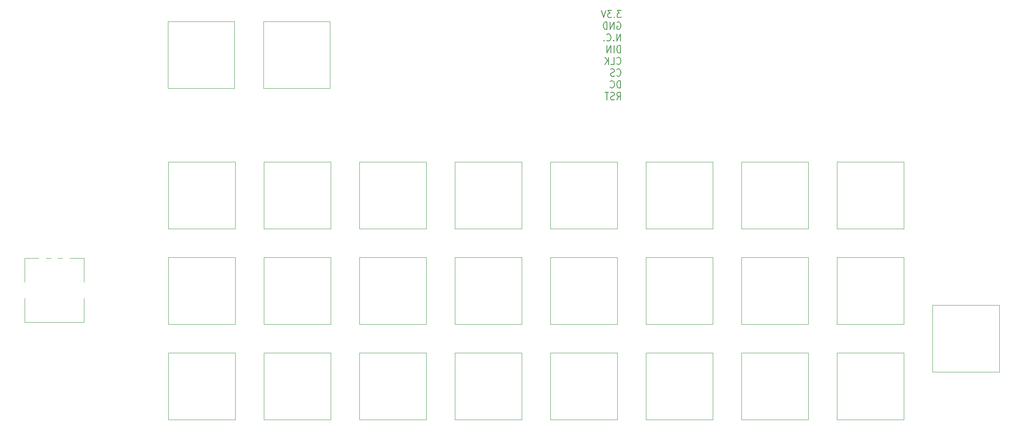
<source format=gbr>
%TF.GenerationSoftware,KiCad,Pcbnew,7.0.5-0*%
%TF.CreationDate,2023-10-31T21:53:37+01:00*%
%TF.ProjectId,20231027_vm-1_prototyp,32303233-3130-4323-975f-766d2d315f70,rev?*%
%TF.SameCoordinates,Original*%
%TF.FileFunction,Legend,Bot*%
%TF.FilePolarity,Positive*%
%FSLAX46Y46*%
G04 Gerber Fmt 4.6, Leading zero omitted, Abs format (unit mm)*
G04 Created by KiCad (PCBNEW 7.0.5-0) date 2023-10-31 21:53:37*
%MOMM*%
%LPD*%
G01*
G04 APERTURE LIST*
%ADD10C,0.150000*%
%ADD11C,0.120000*%
%ADD12C,3.200000*%
%ADD13C,2.500000*%
%ADD14C,1.750000*%
%ADD15C,4.000000*%
%ADD16C,1.524000*%
%ADD17O,2.900000X3.000000*%
%ADD18C,5.000000*%
%ADD19C,1.700000*%
%ADD20O,1.700000X1.700000*%
G04 APERTURE END LIST*
D10*
X176231316Y-64160009D02*
X175364649Y-64160009D01*
X175364649Y-64160009D02*
X175831316Y-64750485D01*
X175831316Y-64750485D02*
X175631316Y-64750485D01*
X175631316Y-64750485D02*
X175497982Y-64824295D01*
X175497982Y-64824295D02*
X175431316Y-64898104D01*
X175431316Y-64898104D02*
X175364649Y-65045723D01*
X175364649Y-65045723D02*
X175364649Y-65414771D01*
X175364649Y-65414771D02*
X175431316Y-65562390D01*
X175431316Y-65562390D02*
X175497982Y-65636200D01*
X175497982Y-65636200D02*
X175631316Y-65710009D01*
X175631316Y-65710009D02*
X176031316Y-65710009D01*
X176031316Y-65710009D02*
X176164649Y-65636200D01*
X176164649Y-65636200D02*
X176231316Y-65562390D01*
X174764649Y-65562390D02*
X174697983Y-65636200D01*
X174697983Y-65636200D02*
X174764649Y-65710009D01*
X174764649Y-65710009D02*
X174831316Y-65636200D01*
X174831316Y-65636200D02*
X174764649Y-65562390D01*
X174764649Y-65562390D02*
X174764649Y-65710009D01*
X174231316Y-64160009D02*
X173364649Y-64160009D01*
X173364649Y-64160009D02*
X173831316Y-64750485D01*
X173831316Y-64750485D02*
X173631316Y-64750485D01*
X173631316Y-64750485D02*
X173497982Y-64824295D01*
X173497982Y-64824295D02*
X173431316Y-64898104D01*
X173431316Y-64898104D02*
X173364649Y-65045723D01*
X173364649Y-65045723D02*
X173364649Y-65414771D01*
X173364649Y-65414771D02*
X173431316Y-65562390D01*
X173431316Y-65562390D02*
X173497982Y-65636200D01*
X173497982Y-65636200D02*
X173631316Y-65710009D01*
X173631316Y-65710009D02*
X174031316Y-65710009D01*
X174031316Y-65710009D02*
X174164649Y-65636200D01*
X174164649Y-65636200D02*
X174231316Y-65562390D01*
X172964649Y-64160009D02*
X172497983Y-65710009D01*
X172497983Y-65710009D02*
X172031316Y-64160009D01*
X175364649Y-66729319D02*
X175497982Y-66655509D01*
X175497982Y-66655509D02*
X175697982Y-66655509D01*
X175697982Y-66655509D02*
X175897982Y-66729319D01*
X175897982Y-66729319D02*
X176031316Y-66876938D01*
X176031316Y-66876938D02*
X176097982Y-67024557D01*
X176097982Y-67024557D02*
X176164649Y-67319795D01*
X176164649Y-67319795D02*
X176164649Y-67541223D01*
X176164649Y-67541223D02*
X176097982Y-67836461D01*
X176097982Y-67836461D02*
X176031316Y-67984080D01*
X176031316Y-67984080D02*
X175897982Y-68131700D01*
X175897982Y-68131700D02*
X175697982Y-68205509D01*
X175697982Y-68205509D02*
X175564649Y-68205509D01*
X175564649Y-68205509D02*
X175364649Y-68131700D01*
X175364649Y-68131700D02*
X175297982Y-68057890D01*
X175297982Y-68057890D02*
X175297982Y-67541223D01*
X175297982Y-67541223D02*
X175564649Y-67541223D01*
X174697982Y-68205509D02*
X174697982Y-66655509D01*
X174697982Y-66655509D02*
X173897982Y-68205509D01*
X173897982Y-68205509D02*
X173897982Y-66655509D01*
X173231315Y-68205509D02*
X173231315Y-66655509D01*
X173231315Y-66655509D02*
X172897982Y-66655509D01*
X172897982Y-66655509D02*
X172697982Y-66729319D01*
X172697982Y-66729319D02*
X172564649Y-66876938D01*
X172564649Y-66876938D02*
X172497982Y-67024557D01*
X172497982Y-67024557D02*
X172431315Y-67319795D01*
X172431315Y-67319795D02*
X172431315Y-67541223D01*
X172431315Y-67541223D02*
X172497982Y-67836461D01*
X172497982Y-67836461D02*
X172564649Y-67984080D01*
X172564649Y-67984080D02*
X172697982Y-68131700D01*
X172697982Y-68131700D02*
X172897982Y-68205509D01*
X172897982Y-68205509D02*
X173231315Y-68205509D01*
X176097982Y-70701009D02*
X176097982Y-69151009D01*
X176097982Y-69151009D02*
X175297982Y-70701009D01*
X175297982Y-70701009D02*
X175297982Y-69151009D01*
X174631315Y-70553390D02*
X174564649Y-70627200D01*
X174564649Y-70627200D02*
X174631315Y-70701009D01*
X174631315Y-70701009D02*
X174697982Y-70627200D01*
X174697982Y-70627200D02*
X174631315Y-70553390D01*
X174631315Y-70553390D02*
X174631315Y-70701009D01*
X173164648Y-70553390D02*
X173231315Y-70627200D01*
X173231315Y-70627200D02*
X173431315Y-70701009D01*
X173431315Y-70701009D02*
X173564648Y-70701009D01*
X173564648Y-70701009D02*
X173764648Y-70627200D01*
X173764648Y-70627200D02*
X173897982Y-70479580D01*
X173897982Y-70479580D02*
X173964648Y-70331961D01*
X173964648Y-70331961D02*
X174031315Y-70036723D01*
X174031315Y-70036723D02*
X174031315Y-69815295D01*
X174031315Y-69815295D02*
X173964648Y-69520057D01*
X173964648Y-69520057D02*
X173897982Y-69372438D01*
X173897982Y-69372438D02*
X173764648Y-69224819D01*
X173764648Y-69224819D02*
X173564648Y-69151009D01*
X173564648Y-69151009D02*
X173431315Y-69151009D01*
X173431315Y-69151009D02*
X173231315Y-69224819D01*
X173231315Y-69224819D02*
X173164648Y-69298628D01*
X172564648Y-70553390D02*
X172497982Y-70627200D01*
X172497982Y-70627200D02*
X172564648Y-70701009D01*
X172564648Y-70701009D02*
X172631315Y-70627200D01*
X172631315Y-70627200D02*
X172564648Y-70553390D01*
X172564648Y-70553390D02*
X172564648Y-70701009D01*
X176097982Y-73196509D02*
X176097982Y-71646509D01*
X176097982Y-71646509D02*
X175764649Y-71646509D01*
X175764649Y-71646509D02*
X175564649Y-71720319D01*
X175564649Y-71720319D02*
X175431316Y-71867938D01*
X175431316Y-71867938D02*
X175364649Y-72015557D01*
X175364649Y-72015557D02*
X175297982Y-72310795D01*
X175297982Y-72310795D02*
X175297982Y-72532223D01*
X175297982Y-72532223D02*
X175364649Y-72827461D01*
X175364649Y-72827461D02*
X175431316Y-72975080D01*
X175431316Y-72975080D02*
X175564649Y-73122700D01*
X175564649Y-73122700D02*
X175764649Y-73196509D01*
X175764649Y-73196509D02*
X176097982Y-73196509D01*
X174697982Y-73196509D02*
X174697982Y-71646509D01*
X174031315Y-73196509D02*
X174031315Y-71646509D01*
X174031315Y-71646509D02*
X173231315Y-73196509D01*
X173231315Y-73196509D02*
X173231315Y-71646509D01*
X175297982Y-75544390D02*
X175364649Y-75618200D01*
X175364649Y-75618200D02*
X175564649Y-75692009D01*
X175564649Y-75692009D02*
X175697982Y-75692009D01*
X175697982Y-75692009D02*
X175897982Y-75618200D01*
X175897982Y-75618200D02*
X176031316Y-75470580D01*
X176031316Y-75470580D02*
X176097982Y-75322961D01*
X176097982Y-75322961D02*
X176164649Y-75027723D01*
X176164649Y-75027723D02*
X176164649Y-74806295D01*
X176164649Y-74806295D02*
X176097982Y-74511057D01*
X176097982Y-74511057D02*
X176031316Y-74363438D01*
X176031316Y-74363438D02*
X175897982Y-74215819D01*
X175897982Y-74215819D02*
X175697982Y-74142009D01*
X175697982Y-74142009D02*
X175564649Y-74142009D01*
X175564649Y-74142009D02*
X175364649Y-74215819D01*
X175364649Y-74215819D02*
X175297982Y-74289628D01*
X174031316Y-75692009D02*
X174697982Y-75692009D01*
X174697982Y-75692009D02*
X174697982Y-74142009D01*
X173564649Y-75692009D02*
X173564649Y-74142009D01*
X172764649Y-75692009D02*
X173364649Y-74806295D01*
X172764649Y-74142009D02*
X173564649Y-75027723D01*
X175297982Y-78039890D02*
X175364649Y-78113700D01*
X175364649Y-78113700D02*
X175564649Y-78187509D01*
X175564649Y-78187509D02*
X175697982Y-78187509D01*
X175697982Y-78187509D02*
X175897982Y-78113700D01*
X175897982Y-78113700D02*
X176031316Y-77966080D01*
X176031316Y-77966080D02*
X176097982Y-77818461D01*
X176097982Y-77818461D02*
X176164649Y-77523223D01*
X176164649Y-77523223D02*
X176164649Y-77301795D01*
X176164649Y-77301795D02*
X176097982Y-77006557D01*
X176097982Y-77006557D02*
X176031316Y-76858938D01*
X176031316Y-76858938D02*
X175897982Y-76711319D01*
X175897982Y-76711319D02*
X175697982Y-76637509D01*
X175697982Y-76637509D02*
X175564649Y-76637509D01*
X175564649Y-76637509D02*
X175364649Y-76711319D01*
X175364649Y-76711319D02*
X175297982Y-76785128D01*
X174764649Y-78113700D02*
X174564649Y-78187509D01*
X174564649Y-78187509D02*
X174231316Y-78187509D01*
X174231316Y-78187509D02*
X174097982Y-78113700D01*
X174097982Y-78113700D02*
X174031316Y-78039890D01*
X174031316Y-78039890D02*
X173964649Y-77892271D01*
X173964649Y-77892271D02*
X173964649Y-77744652D01*
X173964649Y-77744652D02*
X174031316Y-77597033D01*
X174031316Y-77597033D02*
X174097982Y-77523223D01*
X174097982Y-77523223D02*
X174231316Y-77449414D01*
X174231316Y-77449414D02*
X174497982Y-77375604D01*
X174497982Y-77375604D02*
X174631316Y-77301795D01*
X174631316Y-77301795D02*
X174697982Y-77227985D01*
X174697982Y-77227985D02*
X174764649Y-77080366D01*
X174764649Y-77080366D02*
X174764649Y-76932747D01*
X174764649Y-76932747D02*
X174697982Y-76785128D01*
X174697982Y-76785128D02*
X174631316Y-76711319D01*
X174631316Y-76711319D02*
X174497982Y-76637509D01*
X174497982Y-76637509D02*
X174164649Y-76637509D01*
X174164649Y-76637509D02*
X173964649Y-76711319D01*
X176097982Y-80683009D02*
X176097982Y-79133009D01*
X176097982Y-79133009D02*
X175764649Y-79133009D01*
X175764649Y-79133009D02*
X175564649Y-79206819D01*
X175564649Y-79206819D02*
X175431316Y-79354438D01*
X175431316Y-79354438D02*
X175364649Y-79502057D01*
X175364649Y-79502057D02*
X175297982Y-79797295D01*
X175297982Y-79797295D02*
X175297982Y-80018723D01*
X175297982Y-80018723D02*
X175364649Y-80313961D01*
X175364649Y-80313961D02*
X175431316Y-80461580D01*
X175431316Y-80461580D02*
X175564649Y-80609200D01*
X175564649Y-80609200D02*
X175764649Y-80683009D01*
X175764649Y-80683009D02*
X176097982Y-80683009D01*
X173897982Y-80535390D02*
X173964649Y-80609200D01*
X173964649Y-80609200D02*
X174164649Y-80683009D01*
X174164649Y-80683009D02*
X174297982Y-80683009D01*
X174297982Y-80683009D02*
X174497982Y-80609200D01*
X174497982Y-80609200D02*
X174631316Y-80461580D01*
X174631316Y-80461580D02*
X174697982Y-80313961D01*
X174697982Y-80313961D02*
X174764649Y-80018723D01*
X174764649Y-80018723D02*
X174764649Y-79797295D01*
X174764649Y-79797295D02*
X174697982Y-79502057D01*
X174697982Y-79502057D02*
X174631316Y-79354438D01*
X174631316Y-79354438D02*
X174497982Y-79206819D01*
X174497982Y-79206819D02*
X174297982Y-79133009D01*
X174297982Y-79133009D02*
X174164649Y-79133009D01*
X174164649Y-79133009D02*
X173964649Y-79206819D01*
X173964649Y-79206819D02*
X173897982Y-79280628D01*
X175297982Y-83178509D02*
X175764649Y-82440414D01*
X176097982Y-83178509D02*
X176097982Y-81628509D01*
X176097982Y-81628509D02*
X175564649Y-81628509D01*
X175564649Y-81628509D02*
X175431316Y-81702319D01*
X175431316Y-81702319D02*
X175364649Y-81776128D01*
X175364649Y-81776128D02*
X175297982Y-81923747D01*
X175297982Y-81923747D02*
X175297982Y-82145176D01*
X175297982Y-82145176D02*
X175364649Y-82292795D01*
X175364649Y-82292795D02*
X175431316Y-82366604D01*
X175431316Y-82366604D02*
X175564649Y-82440414D01*
X175564649Y-82440414D02*
X176097982Y-82440414D01*
X174764649Y-83104700D02*
X174564649Y-83178509D01*
X174564649Y-83178509D02*
X174231316Y-83178509D01*
X174231316Y-83178509D02*
X174097982Y-83104700D01*
X174097982Y-83104700D02*
X174031316Y-83030890D01*
X174031316Y-83030890D02*
X173964649Y-82883271D01*
X173964649Y-82883271D02*
X173964649Y-82735652D01*
X173964649Y-82735652D02*
X174031316Y-82588033D01*
X174031316Y-82588033D02*
X174097982Y-82514223D01*
X174097982Y-82514223D02*
X174231316Y-82440414D01*
X174231316Y-82440414D02*
X174497982Y-82366604D01*
X174497982Y-82366604D02*
X174631316Y-82292795D01*
X174631316Y-82292795D02*
X174697982Y-82218985D01*
X174697982Y-82218985D02*
X174764649Y-82071366D01*
X174764649Y-82071366D02*
X174764649Y-81923747D01*
X174764649Y-81923747D02*
X174697982Y-81776128D01*
X174697982Y-81776128D02*
X174631316Y-81702319D01*
X174631316Y-81702319D02*
X174497982Y-81628509D01*
X174497982Y-81628509D02*
X174164649Y-81628509D01*
X174164649Y-81628509D02*
X173964649Y-81702319D01*
X173564649Y-81628509D02*
X172764649Y-81628509D01*
X173164649Y-83178509D02*
X173164649Y-81628509D01*
D11*
%TO.C,SW27*%
X93968000Y-80760000D02*
X79768000Y-80760000D01*
X93968000Y-66560000D02*
X93968000Y-80760000D01*
X79768000Y-80760000D02*
X79768000Y-66560000D01*
X79768000Y-66560000D02*
X93968000Y-66560000D01*
%TO.C,SW28*%
X256655000Y-141085000D02*
X242455000Y-141085000D01*
X256655000Y-126885000D02*
X256655000Y-141085000D01*
X242455000Y-141085000D02*
X242455000Y-126885000D01*
X242455000Y-126885000D02*
X256655000Y-126885000D01*
%TO.C,SW20*%
X216015000Y-130925000D02*
X201815000Y-130925000D01*
X216015000Y-116725000D02*
X216015000Y-130925000D01*
X201815000Y-130925000D02*
X201815000Y-116725000D01*
X201815000Y-116725000D02*
X216015000Y-116725000D01*
%TO.C,SW16*%
X195695000Y-110605000D02*
X181495000Y-110605000D01*
X195695000Y-96405000D02*
X195695000Y-110605000D01*
X181495000Y-110605000D02*
X181495000Y-96405000D01*
X181495000Y-96405000D02*
X195695000Y-96405000D01*
%TO.C,SW24*%
X236335000Y-151245000D02*
X222135000Y-151245000D01*
X236335000Y-137045000D02*
X236335000Y-151245000D01*
X222135000Y-151245000D02*
X222135000Y-137045000D01*
X222135000Y-137045000D02*
X236335000Y-137045000D01*
%TO.C,SW9*%
X134735000Y-151245000D02*
X120535000Y-151245000D01*
X134735000Y-137045000D02*
X134735000Y-151245000D01*
X120535000Y-151245000D02*
X120535000Y-137045000D01*
X120535000Y-137045000D02*
X134735000Y-137045000D01*
%TO.C,SW25*%
X58926000Y-116911000D02*
X61926000Y-116911000D01*
X56376000Y-116911000D02*
X57376000Y-116911000D01*
X53876000Y-116911000D02*
X54876000Y-116911000D01*
X52326000Y-116911000D02*
X49326000Y-116911000D01*
X49326000Y-116911000D02*
X49326000Y-121961000D01*
X61926000Y-121961000D02*
X61926000Y-116911000D01*
X49326000Y-125461000D02*
X49326000Y-130511000D01*
X61926000Y-130511000D02*
X61926000Y-125461000D01*
X49326000Y-130511000D02*
X61926000Y-130511000D01*
%TO.C,SW15*%
X175375000Y-151245000D02*
X161175000Y-151245000D01*
X175375000Y-137045000D02*
X175375000Y-151245000D01*
X161175000Y-151245000D02*
X161175000Y-137045000D01*
X161175000Y-137045000D02*
X175375000Y-137045000D01*
%TO.C,SW2*%
X94095000Y-130925000D02*
X79895000Y-130925000D01*
X94095000Y-116725000D02*
X94095000Y-130925000D01*
X79895000Y-130925000D02*
X79895000Y-116725000D01*
X79895000Y-116725000D02*
X94095000Y-116725000D01*
%TO.C,SW7*%
X134735000Y-110605000D02*
X120535000Y-110605000D01*
X134735000Y-96405000D02*
X134735000Y-110605000D01*
X120535000Y-110605000D02*
X120535000Y-96405000D01*
X120535000Y-96405000D02*
X134735000Y-96405000D01*
%TO.C,SW11*%
X155055000Y-130925000D02*
X140855000Y-130925000D01*
X155055000Y-116725000D02*
X155055000Y-130925000D01*
X140855000Y-130925000D02*
X140855000Y-116725000D01*
X140855000Y-116725000D02*
X155055000Y-116725000D01*
%TO.C,SW8*%
X134735000Y-130925000D02*
X120535000Y-130925000D01*
X134735000Y-116725000D02*
X134735000Y-130925000D01*
X120535000Y-130925000D02*
X120535000Y-116725000D01*
X120535000Y-116725000D02*
X134735000Y-116725000D01*
%TO.C,SW12*%
X155055000Y-151245000D02*
X140855000Y-151245000D01*
X155055000Y-137045000D02*
X155055000Y-151245000D01*
X140855000Y-151245000D02*
X140855000Y-137045000D01*
X140855000Y-137045000D02*
X155055000Y-137045000D01*
%TO.C,SW1*%
X94095000Y-110605000D02*
X79895000Y-110605000D01*
X94095000Y-96405000D02*
X94095000Y-110605000D01*
X79895000Y-110605000D02*
X79895000Y-96405000D01*
X79895000Y-96405000D02*
X94095000Y-96405000D01*
%TO.C,SW17*%
X195695000Y-130925000D02*
X181495000Y-130925000D01*
X195695000Y-116725000D02*
X195695000Y-130925000D01*
X181495000Y-130925000D02*
X181495000Y-116725000D01*
X181495000Y-116725000D02*
X195695000Y-116725000D01*
%TO.C,SW10*%
X155055000Y-110605000D02*
X140855000Y-110605000D01*
X155055000Y-96405000D02*
X155055000Y-110605000D01*
X140855000Y-110605000D02*
X140855000Y-96405000D01*
X140855000Y-96405000D02*
X155055000Y-96405000D01*
%TO.C,SW22*%
X236335000Y-110605000D02*
X222135000Y-110605000D01*
X236335000Y-96405000D02*
X236335000Y-110605000D01*
X222135000Y-110605000D02*
X222135000Y-96405000D01*
X222135000Y-96405000D02*
X236335000Y-96405000D01*
%TO.C,SW14*%
X175375000Y-130925000D02*
X161175000Y-130925000D01*
X175375000Y-116725000D02*
X175375000Y-130925000D01*
X161175000Y-130925000D02*
X161175000Y-116725000D01*
X161175000Y-116725000D02*
X175375000Y-116725000D01*
%TO.C,SW6*%
X114415000Y-151245000D02*
X100215000Y-151245000D01*
X114415000Y-137045000D02*
X114415000Y-151245000D01*
X100215000Y-151245000D02*
X100215000Y-137045000D01*
X100215000Y-137045000D02*
X114415000Y-137045000D01*
%TO.C,SW21*%
X216015000Y-151245000D02*
X201815000Y-151245000D01*
X216015000Y-137045000D02*
X216015000Y-151245000D01*
X201815000Y-151245000D02*
X201815000Y-137045000D01*
X201815000Y-137045000D02*
X216015000Y-137045000D01*
%TO.C,SW26*%
X114288000Y-80760000D02*
X100088000Y-80760000D01*
X114288000Y-66560000D02*
X114288000Y-80760000D01*
X100088000Y-80760000D02*
X100088000Y-66560000D01*
X100088000Y-66560000D02*
X114288000Y-66560000D01*
%TO.C,SW4*%
X114415000Y-110605000D02*
X100215000Y-110605000D01*
X114415000Y-96405000D02*
X114415000Y-110605000D01*
X100215000Y-110605000D02*
X100215000Y-96405000D01*
X100215000Y-96405000D02*
X114415000Y-96405000D01*
%TO.C,SW19*%
X216015000Y-110605000D02*
X201815000Y-110605000D01*
X216015000Y-96405000D02*
X216015000Y-110605000D01*
X201815000Y-110605000D02*
X201815000Y-96405000D01*
X201815000Y-96405000D02*
X216015000Y-96405000D01*
%TO.C,SW5*%
X114415000Y-130925000D02*
X100215000Y-130925000D01*
X114415000Y-116725000D02*
X114415000Y-130925000D01*
X100215000Y-130925000D02*
X100215000Y-116725000D01*
X100215000Y-116725000D02*
X114415000Y-116725000D01*
%TO.C,SW23*%
X236335000Y-130925000D02*
X222135000Y-130925000D01*
X236335000Y-116725000D02*
X236335000Y-130925000D01*
X222135000Y-130925000D02*
X222135000Y-116725000D01*
X222135000Y-116725000D02*
X236335000Y-116725000D01*
%TO.C,SW13*%
X175375000Y-110605000D02*
X161175000Y-110605000D01*
X175375000Y-96405000D02*
X175375000Y-110605000D01*
X161175000Y-110605000D02*
X161175000Y-96405000D01*
X161175000Y-96405000D02*
X175375000Y-96405000D01*
%TO.C,SW3*%
X94095000Y-151245000D02*
X79895000Y-151245000D01*
X94095000Y-137045000D02*
X94095000Y-151245000D01*
X79895000Y-151245000D02*
X79895000Y-137045000D01*
X79895000Y-137045000D02*
X94095000Y-137045000D01*
%TO.C,SW18*%
X195695000Y-151245000D02*
X181495000Y-151245000D01*
X195695000Y-137045000D02*
X195695000Y-151245000D01*
X181495000Y-151245000D02*
X181495000Y-137045000D01*
X181495000Y-137045000D02*
X195695000Y-137045000D01*
%TD*%
%LPC*%
%TO.C,G\u002A\u002A\u002A*%
G36*
X229590602Y-72840735D02*
G01*
X229846165Y-73556446D01*
X230106948Y-74284392D01*
X230355176Y-74974877D01*
X230588358Y-75621080D01*
X230804001Y-76216177D01*
X230999612Y-76753344D01*
X231172700Y-77225757D01*
X231320771Y-77626595D01*
X231441335Y-77949032D01*
X231531897Y-78186246D01*
X231589967Y-78331414D01*
X231613051Y-78377711D01*
X231629359Y-78338409D01*
X231681390Y-78199926D01*
X231766366Y-77968531D01*
X231881763Y-77651241D01*
X232025059Y-77255070D01*
X232193728Y-76787032D01*
X232385249Y-76254143D01*
X232597095Y-75663417D01*
X232826745Y-75021869D01*
X233071674Y-74336514D01*
X233329359Y-73614366D01*
X233597276Y-72862440D01*
X233816024Y-72248365D01*
X234076073Y-71519153D01*
X234323921Y-70825025D01*
X234557032Y-70173041D01*
X234772872Y-69570257D01*
X234968906Y-69023733D01*
X235142599Y-68540527D01*
X235291417Y-68127697D01*
X235412824Y-67792302D01*
X235504286Y-67541399D01*
X235563268Y-67382047D01*
X235587235Y-67321305D01*
X235665542Y-67280776D01*
X235798383Y-67274441D01*
X235969334Y-67292618D01*
X233886102Y-73137334D01*
X231802870Y-78982051D01*
X231597876Y-78982699D01*
X231539433Y-78981990D01*
X231433985Y-78962136D01*
X231369451Y-78892935D01*
X231310330Y-78745046D01*
X231284917Y-78672988D01*
X231223206Y-78499187D01*
X231128715Y-78233600D01*
X231004032Y-77883492D01*
X230851748Y-77456126D01*
X230674452Y-76958764D01*
X230474734Y-76398670D01*
X230255183Y-75783108D01*
X230018389Y-75119340D01*
X229766942Y-74414630D01*
X229503431Y-73676241D01*
X229230445Y-72911436D01*
X228971456Y-72185690D01*
X228710678Y-71454474D01*
X228463084Y-70759768D01*
X228231129Y-70108480D01*
X228017269Y-69507520D01*
X227823958Y-68963797D01*
X227653651Y-68484220D01*
X227508804Y-68075699D01*
X227391872Y-67745143D01*
X227305309Y-67499460D01*
X227251571Y-67345561D01*
X227233113Y-67290355D01*
X227233777Y-67288168D01*
X227292704Y-67271440D01*
X227417865Y-67264583D01*
X227602617Y-67264583D01*
X229590602Y-72840735D01*
G37*
G36*
X226392053Y-73120580D02*
G01*
X226392053Y-78983346D01*
X226195806Y-78983346D01*
X225999559Y-78983346D01*
X225999559Y-73617386D01*
X225999490Y-73324472D01*
X225998667Y-72572454D01*
X225996966Y-71856854D01*
X225994455Y-71185244D01*
X225991199Y-70565197D01*
X225987264Y-70004285D01*
X225982717Y-69510080D01*
X225977623Y-69090154D01*
X225972049Y-68752080D01*
X225966062Y-68503431D01*
X225959727Y-68351777D01*
X225953110Y-68304693D01*
X225943417Y-68321549D01*
X225890507Y-68427423D01*
X225796353Y-68622312D01*
X225664963Y-68897726D01*
X225500345Y-69245171D01*
X225306510Y-69656158D01*
X225087465Y-70122195D01*
X224847219Y-70634791D01*
X224589781Y-71185455D01*
X224319159Y-71765694D01*
X224178554Y-72067331D01*
X223915702Y-72630185D01*
X223668840Y-73157466D01*
X223441873Y-73640908D01*
X223238707Y-74072242D01*
X223063247Y-74443203D01*
X222919398Y-74745523D01*
X222811067Y-74970935D01*
X222742158Y-75111172D01*
X222716577Y-75157968D01*
X222709774Y-75144783D01*
X222662541Y-75046213D01*
X222573824Y-74858434D01*
X222447549Y-74589829D01*
X222287641Y-74248780D01*
X222098024Y-73843667D01*
X221882624Y-73382875D01*
X221645364Y-72874783D01*
X221390169Y-72327776D01*
X221120965Y-71750234D01*
X220991903Y-71473414D01*
X220727474Y-70907420D01*
X220478025Y-70375042D01*
X220247588Y-69884793D01*
X220040192Y-69445185D01*
X219859866Y-69064730D01*
X219710641Y-68751941D01*
X219596545Y-68515330D01*
X219521609Y-68363410D01*
X219489863Y-68304693D01*
X219483237Y-68334251D01*
X219475589Y-68467943D01*
X219468525Y-68703877D01*
X219462098Y-69036596D01*
X219456359Y-69460645D01*
X219451361Y-69970570D01*
X219447155Y-70560915D01*
X219443794Y-71226224D01*
X219441328Y-71961042D01*
X219439811Y-72759915D01*
X219439294Y-73617386D01*
X219439294Y-78983346D01*
X219243046Y-78983346D01*
X219046799Y-78983346D01*
X219046799Y-73123964D01*
X219046799Y-67264583D01*
X219257064Y-67265774D01*
X219467329Y-67266966D01*
X221086997Y-70743863D01*
X221255850Y-71105749D01*
X221520625Y-71670787D01*
X221769582Y-72199126D01*
X221998814Y-72682631D01*
X222204410Y-73113167D01*
X222382464Y-73482600D01*
X222529066Y-73782794D01*
X222640309Y-74005615D01*
X222712283Y-74142929D01*
X222741080Y-74186599D01*
X222750889Y-74169195D01*
X222803464Y-74063051D01*
X222897282Y-73868112D01*
X223028380Y-73592774D01*
X223192796Y-73245432D01*
X223386568Y-72834483D01*
X223605733Y-72368323D01*
X223846328Y-71855346D01*
X224104392Y-71303950D01*
X224375962Y-70722529D01*
X225976426Y-67292618D01*
X226184240Y-67275215D01*
X226392053Y-67257814D01*
X226392053Y-73120580D01*
G37*
G36*
X204247279Y-67267505D02*
G01*
X204321976Y-67289045D01*
X204411291Y-67340299D01*
X204527833Y-67431502D01*
X204684211Y-67572890D01*
X204893035Y-67774700D01*
X205166916Y-68047167D01*
X205335967Y-68216694D01*
X205559094Y-68442406D01*
X205717167Y-68607813D01*
X205819118Y-68724744D01*
X205873879Y-68805030D01*
X205890381Y-68860498D01*
X205877557Y-68902977D01*
X205844340Y-68944297D01*
X205759417Y-69020890D01*
X205680195Y-69058843D01*
X205659321Y-69048930D01*
X205566592Y-68976023D01*
X205418298Y-68843857D01*
X205229695Y-68666256D01*
X205016037Y-68457040D01*
X204412362Y-67855237D01*
X204412362Y-73419292D01*
X204412362Y-78983346D01*
X204216115Y-78983346D01*
X204019868Y-78983346D01*
X204019868Y-73123964D01*
X204019868Y-67264583D01*
X204202848Y-67264583D01*
X204247279Y-67267505D01*
G37*
G36*
X216803974Y-73123964D02*
G01*
X216803974Y-73320212D01*
X213860265Y-73320212D01*
X210916556Y-73320212D01*
X210916556Y-73123964D01*
X210916556Y-72927717D01*
X213860265Y-72927717D01*
X216803974Y-72927717D01*
X216803974Y-73123964D01*
G37*
%TD*%
D12*
%TO.C,H5*%
X40000000Y-60000000D03*
%TD*%
%TO.C,H4*%
X255000000Y-90000000D03*
%TD*%
%TO.C,H3*%
X255000000Y-150000000D03*
%TD*%
%TO.C,H2*%
X40000000Y-150000000D03*
%TD*%
%TO.C,H1*%
X40000000Y-90000000D03*
%TD*%
D13*
%TO.C,SW27*%
X89408000Y-78740000D03*
X83058000Y-76200000D03*
D14*
X91948000Y-73660000D03*
D15*
X86868000Y-73660000D03*
D14*
X81788000Y-73660000D03*
%TD*%
%TO.C,SW28*%
X254635000Y-133985000D03*
D15*
X249555000Y-133985000D03*
D14*
X244475000Y-133985000D03*
D13*
X253365000Y-131445000D03*
X247015000Y-128905000D03*
%TD*%
D14*
%TO.C,SW20*%
X213995000Y-123825000D03*
D15*
X208915000Y-123825000D03*
D14*
X203835000Y-123825000D03*
D13*
X212725000Y-121285000D03*
X206375000Y-118745000D03*
%TD*%
D14*
%TO.C,SW16*%
X193675000Y-103505000D03*
D15*
X188595000Y-103505000D03*
D14*
X183515000Y-103505000D03*
D13*
X192405000Y-100965000D03*
X186055000Y-98425000D03*
%TD*%
D14*
%TO.C,SW24*%
X234315000Y-144145000D03*
D15*
X229235000Y-144145000D03*
D14*
X224155000Y-144145000D03*
D13*
X233045000Y-141605000D03*
X226695000Y-139065000D03*
%TD*%
D14*
%TO.C,SW9*%
X132715000Y-144145000D03*
D15*
X127635000Y-144145000D03*
D14*
X122555000Y-144145000D03*
D13*
X131445000Y-141605000D03*
X125095000Y-139065000D03*
%TD*%
D16*
%TO.C,SW25*%
X53126000Y-116211000D03*
X58126000Y-116211000D03*
X55626000Y-116211000D03*
D17*
X62226000Y-123711000D03*
X49026000Y-123711000D03*
%TD*%
D14*
%TO.C,SW15*%
X173355000Y-144145000D03*
D15*
X168275000Y-144145000D03*
D14*
X163195000Y-144145000D03*
D13*
X172085000Y-141605000D03*
X165735000Y-139065000D03*
%TD*%
D14*
%TO.C,SW2*%
X92075000Y-123825000D03*
D15*
X86995000Y-123825000D03*
D14*
X81915000Y-123825000D03*
D13*
X90805000Y-121285000D03*
X84455000Y-118745000D03*
%TD*%
D14*
%TO.C,SW7*%
X132715000Y-103505000D03*
D15*
X127635000Y-103505000D03*
D14*
X122555000Y-103505000D03*
D13*
X131445000Y-100965000D03*
X125095000Y-98425000D03*
%TD*%
D14*
%TO.C,SW11*%
X153035000Y-123825000D03*
D15*
X147955000Y-123825000D03*
D14*
X142875000Y-123825000D03*
D13*
X151765000Y-121285000D03*
X145415000Y-118745000D03*
%TD*%
D14*
%TO.C,SW8*%
X132715000Y-123825000D03*
D15*
X127635000Y-123825000D03*
D14*
X122555000Y-123825000D03*
D13*
X131445000Y-121285000D03*
X125095000Y-118745000D03*
%TD*%
D14*
%TO.C,SW12*%
X153035000Y-144145000D03*
D15*
X147955000Y-144145000D03*
D14*
X142875000Y-144145000D03*
D13*
X151765000Y-141605000D03*
X145415000Y-139065000D03*
%TD*%
D14*
%TO.C,SW1*%
X92075000Y-103505000D03*
D15*
X86995000Y-103505000D03*
D14*
X81915000Y-103505000D03*
D13*
X90805000Y-100965000D03*
X84455000Y-98425000D03*
%TD*%
D14*
%TO.C,SW17*%
X193675000Y-123825000D03*
D15*
X188595000Y-123825000D03*
D14*
X183515000Y-123825000D03*
D13*
X192405000Y-121285000D03*
X186055000Y-118745000D03*
%TD*%
D14*
%TO.C,SW10*%
X153035000Y-103505000D03*
D15*
X147955000Y-103505000D03*
D14*
X142875000Y-103505000D03*
D13*
X151765000Y-100965000D03*
X145415000Y-98425000D03*
%TD*%
D14*
%TO.C,SW22*%
X234315000Y-103505000D03*
D15*
X229235000Y-103505000D03*
D14*
X224155000Y-103505000D03*
D13*
X233045000Y-100965000D03*
X226695000Y-98425000D03*
%TD*%
D14*
%TO.C,SW14*%
X173355000Y-123825000D03*
D15*
X168275000Y-123825000D03*
D14*
X163195000Y-123825000D03*
D13*
X172085000Y-121285000D03*
X165735000Y-118745000D03*
%TD*%
D14*
%TO.C,SW6*%
X112395000Y-144145000D03*
D15*
X107315000Y-144145000D03*
D14*
X102235000Y-144145000D03*
D13*
X111125000Y-141605000D03*
X104775000Y-139065000D03*
%TD*%
D18*
%TO.C,J2*%
X177880000Y-89610000D03*
X177880000Y-57710000D03*
X138380000Y-89610000D03*
X138380000Y-57710000D03*
D19*
X177820000Y-82550000D03*
D20*
X177820000Y-80010000D03*
X177820000Y-77470000D03*
X177820000Y-74930000D03*
X177820000Y-72390000D03*
X177820000Y-69850000D03*
X177820000Y-67310000D03*
X177820000Y-64770000D03*
%TD*%
D14*
%TO.C,SW21*%
X213995000Y-144145000D03*
D15*
X208915000Y-144145000D03*
D14*
X203835000Y-144145000D03*
D13*
X212725000Y-141605000D03*
X206375000Y-139065000D03*
%TD*%
%TO.C,SW26*%
X109728000Y-78740000D03*
X103378000Y-76200000D03*
D14*
X112268000Y-73660000D03*
D15*
X107188000Y-73660000D03*
D14*
X102108000Y-73660000D03*
%TD*%
%TO.C,SW4*%
X112395000Y-103505000D03*
D15*
X107315000Y-103505000D03*
D14*
X102235000Y-103505000D03*
D13*
X111125000Y-100965000D03*
X104775000Y-98425000D03*
%TD*%
D14*
%TO.C,SW19*%
X213995000Y-103505000D03*
D15*
X208915000Y-103505000D03*
D14*
X203835000Y-103505000D03*
D13*
X212725000Y-100965000D03*
X206375000Y-98425000D03*
%TD*%
D14*
%TO.C,SW5*%
X112395000Y-123825000D03*
D15*
X107315000Y-123825000D03*
D14*
X102235000Y-123825000D03*
D13*
X111125000Y-121285000D03*
X104775000Y-118745000D03*
%TD*%
D14*
%TO.C,SW23*%
X234315000Y-123825000D03*
D15*
X229235000Y-123825000D03*
D14*
X224155000Y-123825000D03*
D13*
X233045000Y-121285000D03*
X226695000Y-118745000D03*
%TD*%
D14*
%TO.C,SW13*%
X173355000Y-103505000D03*
D15*
X168275000Y-103505000D03*
D14*
X163195000Y-103505000D03*
D13*
X172085000Y-100965000D03*
X165735000Y-98425000D03*
%TD*%
D14*
%TO.C,SW3*%
X92075000Y-144145000D03*
D15*
X86995000Y-144145000D03*
D14*
X81915000Y-144145000D03*
D13*
X90805000Y-141605000D03*
X84455000Y-139065000D03*
%TD*%
D14*
%TO.C,SW18*%
X193675000Y-144145000D03*
D15*
X188595000Y-144145000D03*
D14*
X183515000Y-144145000D03*
D13*
X192405000Y-141605000D03*
X186055000Y-139065000D03*
%TD*%
%LPD*%
M02*

</source>
